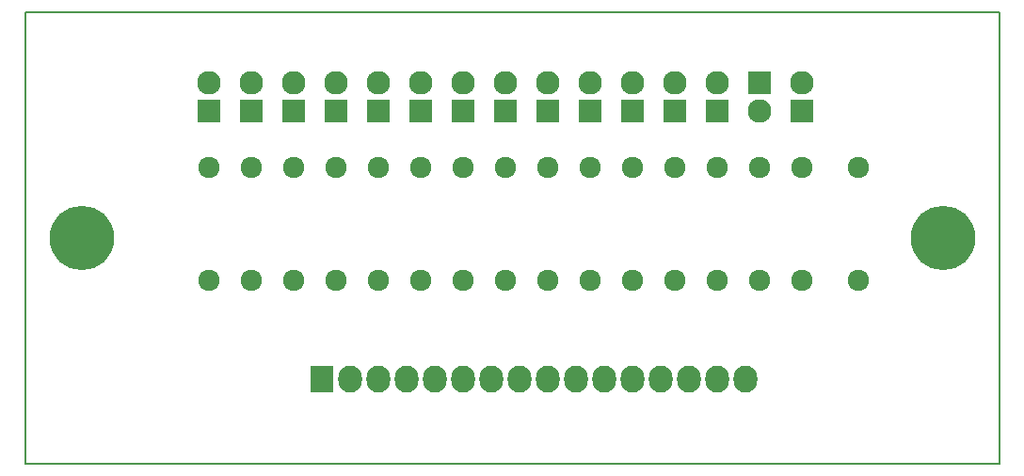
<source format=gbr>
G04 #@! TF.FileFunction,Soldermask,Bot*
%FSLAX46Y46*%
G04 Gerber Fmt 4.6, Leading zero omitted, Abs format (unit mm)*
G04 Created by KiCad (PCBNEW 4.0.7) date 02/20/20 23:37:31*
%MOMM*%
%LPD*%
G01*
G04 APERTURE LIST*
%ADD10C,0.150000*%
%ADD11C,1.924000*%
%ADD12R,2.127200X2.127200*%
%ADD13O,2.127200X2.127200*%
%ADD14C,5.800000*%
%ADD15R,2.127200X2.432000*%
%ADD16O,2.127200X2.432000*%
G04 APERTURE END LIST*
D10*
X102870000Y-115570000D02*
X102870000Y-114300000D01*
X190500000Y-115570000D02*
X102870000Y-115570000D01*
X190500000Y-114300000D02*
X190500000Y-115570000D01*
X190500000Y-114300000D02*
X190500000Y-113030000D01*
X102870000Y-74930000D02*
X102870000Y-114300000D01*
X190500000Y-74930000D02*
X102870000Y-74930000D01*
X190500000Y-113030000D02*
X190500000Y-74930000D01*
D11*
X149860000Y-99060000D03*
X149860000Y-88900000D03*
D12*
X149860000Y-83820000D03*
D13*
X149860000Y-81280000D03*
D12*
X153670000Y-83820000D03*
D13*
X153670000Y-81280000D03*
D11*
X153670000Y-99060000D03*
X153670000Y-88900000D03*
X161290000Y-99060000D03*
X161290000Y-88900000D03*
D12*
X161290000Y-83820000D03*
D13*
X161290000Y-81280000D03*
D12*
X157480000Y-83820000D03*
D13*
X157480000Y-81280000D03*
D11*
X157480000Y-99060000D03*
X157480000Y-88900000D03*
X172720000Y-99060000D03*
X172720000Y-88900000D03*
D12*
X172720000Y-83820000D03*
D13*
X172720000Y-81280000D03*
D11*
X168910000Y-99060000D03*
X168910000Y-88900000D03*
D12*
X168910000Y-81280000D03*
D13*
X168910000Y-83820000D03*
D12*
X165100000Y-83820000D03*
D13*
X165100000Y-81280000D03*
D11*
X165100000Y-99060000D03*
X165100000Y-88900000D03*
X134620000Y-99060000D03*
X134620000Y-88900000D03*
D12*
X134620000Y-83820000D03*
D13*
X134620000Y-81280000D03*
D12*
X138430000Y-83820000D03*
D13*
X138430000Y-81280000D03*
D11*
X138430000Y-99060000D03*
X138430000Y-88900000D03*
X146050000Y-99060000D03*
X146050000Y-88900000D03*
D12*
X146050000Y-83820000D03*
D13*
X146050000Y-81280000D03*
D12*
X142240000Y-83820000D03*
D13*
X142240000Y-81280000D03*
D11*
X142240000Y-99060000D03*
X142240000Y-88900000D03*
X127000000Y-99060000D03*
X127000000Y-88900000D03*
D12*
X127000000Y-83820000D03*
D13*
X127000000Y-81280000D03*
D12*
X130810000Y-83820000D03*
D13*
X130810000Y-81280000D03*
D11*
X130810000Y-99060000D03*
X130810000Y-88900000D03*
X123190000Y-99060000D03*
X123190000Y-88900000D03*
D12*
X123190000Y-83820000D03*
D13*
X123190000Y-81280000D03*
D14*
X107950000Y-95250000D03*
X185420000Y-95250000D03*
D12*
X119380000Y-83820000D03*
D13*
X119380000Y-81280000D03*
D11*
X119380000Y-99060000D03*
X119380000Y-88900000D03*
D15*
X129540000Y-107950000D03*
D16*
X132080000Y-107950000D03*
X134620000Y-107950000D03*
X137160000Y-107950000D03*
X139700000Y-107950000D03*
X142240000Y-107950000D03*
X144780000Y-107950000D03*
X147320000Y-107950000D03*
X149860000Y-107950000D03*
X152400000Y-107950000D03*
X154940000Y-107950000D03*
X157480000Y-107950000D03*
X160020000Y-107950000D03*
X162560000Y-107950000D03*
X165100000Y-107950000D03*
X167640000Y-107950000D03*
D11*
X177800000Y-99060000D03*
X177800000Y-88900000D03*
M02*

</source>
